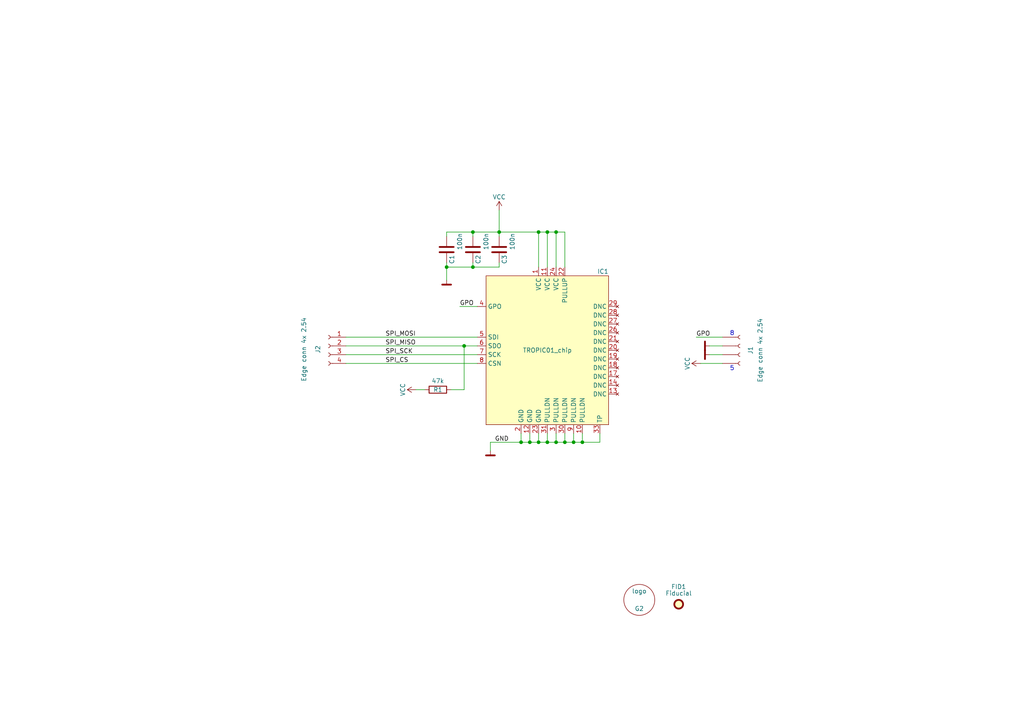
<source format=kicad_sch>
(kicad_sch (version 20250114) (generator "eeschema") (generator_version "9.0")
  (paper "A4")
  (title_block (title "TROPIC01 integration board \"mini\"") (date "2026-02-23") (rev "TS1702"))
  (lib_symbols
    (symbol "Conn_01x04_Socket_1" (pin_names (offset 1.016) (hide yes))
      (property "Reference" "J" (at 0 5.08 0))
      (property "Value" "Conn_01x04_Socket" (at 0 -7.62 0))
      (symbol "Conn_01x04_Socket_1_1_1"
        (polyline (pts (xy -1.27 2.54) (xy -0.508 2.54)) (stroke (width 0.1524)))
        (polyline (pts (xy -1.27 0) (xy -0.508 0)) (stroke (width 0.1524)))
        (polyline (pts (xy -1.27 -2.54) (xy -0.508 -2.54)) (stroke (width 0.1524)))
        (polyline (pts (xy -1.27 -5.08) (xy -0.508 -5.08)) (stroke (width 0.1524)))
        (arc (start 0 2.032) (mid -0.5058 2.54) (end 0 3.048) (stroke (width 0.1524)))
        (arc (start 0 -0.508) (mid -0.5058 0) (end 0 0.508) (stroke (width 0.1524)))
        (arc (start 0 -3.048) (mid -0.5058 -2.54) (end 0 -2.032) (stroke (width 0.1524)))
        (arc (start 0 -5.588) (mid -0.5058 -5.08) (end 0 -4.572) (stroke (width 0.1524)))
        (pin passive line (at -5.08 2.54 0) (length 3.81) (name "Pin_1") (number "1"))
        (pin passive line (at -5.08 0 0) (length 3.81) (name "Pin_2") (number "2"))
        (pin passive line (at -5.08 -2.54 0) (length 3.81) (name "Pin_3") (number "3"))
        (pin passive line (at -5.08 -5.08 0) (length 3.81) (name "Pin_4") (number "4"))
      )
    )
    (symbol "Connector:Conn_01x04_Socket" (pin_numbers (hide yes)) (pin_names (offset 1.016) (hide yes))
      (property "Reference" "J" (at 0 5.08 0))
      (property "Value" "Conn_01x04_Socket" (at 0 -7.62 0))
      (symbol "Conn_01x04_Socket_1_1"
        (polyline (pts (xy -1.27 2.54) (xy -0.508 2.54)) (stroke (width 0.1524)))
        (polyline (pts (xy -1.27 0) (xy -0.508 0)) (stroke (width 0.1524)))
        (polyline (pts (xy -1.27 -2.54) (xy -0.508 -2.54)) (stroke (width 0.1524)))
        (polyline (pts (xy -1.27 -5.08) (xy -0.508 -5.08)) (stroke (width 0.1524)))
        (arc (start 0 2.032) (mid -0.5058 2.54) (end 0 3.048) (stroke (width 0.1524)))
        (arc (start 0 -0.508) (mid -0.5058 0) (end 0 0.508) (stroke (width 0.1524)))
        (arc (start 0 -3.048) (mid -0.5058 -2.54) (end 0 -2.032) (stroke (width 0.1524)))
        (arc (start 0 -5.588) (mid -0.5058 -5.08) (end 0 -4.572) (stroke (width 0.1524)))
        (pin passive line (at -5.08 2.54 0) (length 3.81) (name "Pin_1") (number "1"))
        (pin passive line (at -5.08 0 0) (length 3.81) (name "Pin_2") (number "2"))
        (pin passive line (at -5.08 -2.54 0) (length 3.81) (name "Pin_3") (number "3"))
        (pin passive line (at -5.08 -5.08 0) (length 3.81) (name "Pin_4") (number "4"))
      )
    )
    (symbol "Device:C" (pin_numbers (hide yes)) (pin_names (offset 0.254))
      (property "Reference" "C" (at 0.635 2.54 0))
      (property "Value" "C" (at 0.635 -2.54 0))
      (symbol "C_0_1"
        (polyline (pts (xy -2.032 0.762) (xy 2.032 0.762)) (stroke (width 0.508)))
        (polyline (pts (xy -2.032 -0.762) (xy 2.032 -0.762)) (stroke (width 0.508)))
      )
      (symbol "C_1_1"
        (pin passive line (at 0 3.81 270) (length 2.794) (name "~") (number "1"))
        (pin passive line (at 0 -3.81 90) (length 2.794) (name "~") (number "2"))
      )
    )
    (symbol "Device:R" (pin_numbers (hide yes)) (pin_names (offset 0))
      (property "Reference" "R" (at 2.032 0 90))
      (property "Value" "R" (at 0 0 90))
      (symbol "R_0_1"
        (rectangle (start -1.016 -2.54) (end 1.016 2.54) (stroke (width 0.254)))
      )
      (symbol "R_1_1"
        (pin passive line (at 0 3.81 270) (length 1.27) (name "~") (number "1"))
        (pin passive line (at 0 -3.81 90) (length 1.27) (name "~") (number "2"))
      )
    )
    (symbol "Mechanical:Fiducial" (in_bom no)
      (property "Reference" "FID" (at 0 5.08 0))
      (property "Value" "Fiducial" (at 0 3.175 0))
      (symbol "Fiducial_0_1"
        (circle (center 0 0) (radius 1.27) (stroke (width 0.508)) (fill (type background)))
      )
    )
    (symbol "_common:GND" (power) (pin_names (offset 0)) (in_bom no)
      (symbol "GND_0_1"
        (polyline (pts (xy -1.27 -1.27) (xy 1.27 -1.27)) (stroke (width 0.508)))
        (polyline (pts (xy 0 0) (xy 0 -1.27)))
      )
      (symbol "GND_1_1"
        (pin power_in line (at 0 0 270) (length 0) (hide yes) (name "GND") (number "1"))
      )
    )
    (symbol "common:VCC" (power) (pin_names (offset 0))
      (property "Value" "VCC" (at 0 3.81 0))
      (symbol "VCC_0_1"
        (polyline (pts (xy -0.762 1.27) (xy 0 2.54)))
        (polyline (pts (xy 0 2.54) (xy 0.762 1.27)))
        (polyline (pts (xy 0 0) (xy 0 2.54)))
      )
      (symbol "VCC_1_1"
        (pin power_in line (at 0 0 90) (length 0) (hide yes) (name "VCC") (number "1"))
      )
    )
    (symbol "tropicsquare:TROPIC01_chip_pub"
      (property "Reference" "IC" (at -17.78 23.495 0))
      (property "Value" "TROPIC01_chip" (at 0 0 0))
      (symbol "TROPIC01_chip_pub_0_1"
        (rectangle (start -17.78 21.59) (end 17.78 -21.59) (stroke (width 0.1524)) (fill (type background)))
      )
      (symbol "TROPIC01_chip_pub_1_1"
        (pin output line (at -20.32 12.7 0) (length 2.54) (name "GPO") (number "4"))
        (pin input line (at -20.32 3.81 0) (length 2.54) (name "SDI") (number "5"))
        (pin output line (at -20.32 1.27 0) (length 2.54) (name "SDO") (number "6"))
        (pin input line (at -20.32 -1.27 0) (length 2.54) (name "SCK") (number "7"))
        (pin input line (at -20.32 -3.81 0) (length 2.54) (name "CSN") (number "8"))
        (pin power_in line (at -7.62 -24.13 90) (length 2.54) (name "GND") (number "2"))
        (pin power_in line (at -5.08 -24.13 90) (length 2.54) (name "GND") (number "12"))
        (pin power_in line (at -2.54 24.13 270) (length 2.54) (name "VCC") (number "1"))
        (pin power_in line (at -2.54 -24.13 90) (length 2.54) (name "GND") (number "23"))
        (pin power_in line (at 0 24.13 270) (length 2.54) (name "VCC") (number "11"))
        (pin input line (at 0 -24.13 90) (length 2.54) (name "PULLDN") (number "31"))
        (pin power_in line (at 2.54 24.13 270) (length 2.54) (name "VCC") (number "24"))
        (pin input line (at 2.54 -24.13 90) (length 2.54) (name "PULLDN") (number "3"))
        (pin input line (at 5.08 24.13 270) (length 2.54) (name "PULLUP") (number "22"))
        (pin input line (at 5.08 -24.13 90) (length 2.54) (name "PULLDN") (number "30"))
        (pin input line (at 7.62 -24.13 90) (length 2.54) (name "PULLDN") (number "9"))
        (pin input line (at 10.16 -24.13 90) (length 2.54) (name "PULLDN") (number "10"))
        (pin passive line (at 15.24 -24.13 90) (length 2.54) (name "TP") (number "33"))
        (pin no_connect line (at 20.32 12.7 180) (length 2.54) (name "DNC") (number "29"))
        (pin no_connect line (at 20.32 10.16 180) (length 2.54) (name "DNC") (number "28"))
        (pin no_connect line (at 20.32 7.62 180) (length 2.54) (name "DNC") (number "27"))
        (pin no_connect line (at 20.32 5.08 180) (length 2.54) (name "DNC") (number "26"))
        (pin no_connect line (at 20.32 2.54 180) (length 2.54) (name "DNC") (number "21"))
        (pin no_connect line (at 20.32 0 180) (length 2.54) (name "DNC") (number "20"))
        (pin no_connect line (at 20.32 -2.54 180) (length 2.54) (name "DNC") (number "19"))
        (pin no_connect line (at 20.32 -5.08 180) (length 2.54) (name "DNC") (number "18"))
        (pin no_connect line (at 20.32 -7.62 180) (length 2.54) (name "DNC") (number "17"))
        (pin no_connect line (at 20.32 -10.16 180) (length 2.54) (name "DNC") (number "14"))
        (pin no_connect line (at 20.32 -12.7 180) (length 2.54) (name "DNC") (number "13"))
      )
    )
    (symbol "tropicsquare:logo" (pin_numbers (hide yes)) (pin_names (offset 0) (hide yes)) (in_bom no)
      (property "Reference" "G" (at 0 -2.54 0))
      (property "Value" "logo" (at 0 2.54 0))
      (symbol "logo_0_1"
        (circle (center 0 0) (radius 4.4901) (stroke (width 0.1524)))
      )
    )
  )
  (text "5" (at 212.344 106.934 0) (effects (font (size 1.27 1.27))))
  (text "8" (at 212.344 96.774 0) (effects (font (size 1.27 1.27))))
  (junction (at 151.13 128.27))
  (junction (at 156.21 67.31))
  (junction (at 129.54 77.47))
  (junction (at 158.75 67.31))
  (junction (at 161.29 128.27))
  (junction (at 161.29 67.31))
  (junction (at 137.16 77.47))
  (junction (at 158.75 128.27))
  (junction (at 156.21 128.27))
  (junction (at 168.91 128.27))
  (junction (at 137.16 67.31))
  (junction (at 166.37 128.27))
  (junction (at 134.62 100.33))
  (junction (at 163.83 128.27))
  (junction (at 144.78 67.31))
  (junction (at 153.67 128.27))
  (wire (pts (xy 144.78 67.31) (xy 144.78 68.58)))
  (wire (pts (xy 100.33 105.41) (xy 138.43 105.41)))
  (wire (pts (xy 134.62 113.03) (xy 134.62 100.33)))
  (wire (pts (xy 201.93 97.79) (xy 209.55 97.79)))
  (wire (pts (xy 158.75 128.27) (xy 156.21 128.27)))
  (wire (pts (xy 144.78 77.47) (xy 144.78 76.2)))
  (wire (pts (xy 173.99 128.27) (xy 173.99 125.73)))
  (wire (pts (xy 168.91 128.27) (xy 173.99 128.27)))
  (wire (pts (xy 134.62 100.33) (xy 138.43 100.33)))
  (wire (pts (xy 100.33 100.33) (xy 134.62 100.33)))
  (wire (pts (xy 156.21 77.47) (xy 156.21 67.31)))
  (wire (pts (xy 144.78 60.96) (xy 144.78 67.31)))
  (wire (pts (xy 161.29 67.31) (xy 163.83 67.31)))
  (wire (pts (xy 133.35 88.9) (xy 138.43 88.9)))
  (wire (pts (xy 156.21 67.31) (xy 144.78 67.31)))
  (wire (pts (xy 168.91 128.27) (xy 166.37 128.27)))
  (wire (pts (xy 137.16 67.31) (xy 129.54 67.31)))
  (wire (pts (xy 129.54 77.47) (xy 129.54 81.28)))
  (wire (pts (xy 161.29 128.27) (xy 158.75 128.27)))
  (wire (pts (xy 156.21 67.31) (xy 158.75 67.31)))
  (wire (pts (xy 163.83 67.31) (xy 163.83 77.47)))
  (wire (pts (xy 161.29 125.73) (xy 161.29 128.27)))
  (wire (pts (xy 163.83 128.27) (xy 161.29 128.27)))
  (wire (pts (xy 100.33 97.79) (xy 138.43 97.79)))
  (wire (pts (xy 156.21 128.27) (xy 153.67 128.27)))
  (wire (pts (xy 168.91 125.73) (xy 168.91 128.27)))
  (wire (pts (xy 166.37 125.73) (xy 166.37 128.27)))
  (wire (pts (xy 151.13 125.73) (xy 151.13 128.27)))
  (wire (pts (xy 166.37 128.27) (xy 163.83 128.27)))
  (wire (pts (xy 142.24 128.27) (xy 151.13 128.27)))
  (wire (pts (xy 158.75 67.31) (xy 161.29 67.31)))
  (wire (pts (xy 158.75 67.31) (xy 158.75 77.47)))
  (wire (pts (xy 137.16 77.47) (xy 144.78 77.47)))
  (wire (pts (xy 203.2 105.41) (xy 209.55 105.41)))
  (wire (pts (xy 129.54 76.2) (xy 129.54 77.47)))
  (wire (pts (xy 129.54 77.47) (xy 137.16 77.47)))
  (wire (pts (xy 130.81 113.03) (xy 134.62 113.03)))
  (wire (pts (xy 205.74 102.87) (xy 209.55 102.87)))
  (wire (pts (xy 142.24 130.81) (xy 142.24 128.27)))
  (wire (pts (xy 129.54 67.31) (xy 129.54 68.58)))
  (wire (pts (xy 137.16 76.2) (xy 137.16 77.47)))
  (wire (pts (xy 209.55 100.33) (xy 205.74 100.33)))
  (wire (pts (xy 158.75 125.73) (xy 158.75 128.27)))
  (wire (pts (xy 120.65 113.03) (xy 123.19 113.03)))
  (wire (pts (xy 153.67 125.73) (xy 153.67 128.27)))
  (wire (pts (xy 137.16 67.31) (xy 137.16 68.58)))
  (wire (pts (xy 144.78 67.31) (xy 137.16 67.31)))
  (wire (pts (xy 156.21 125.73) (xy 156.21 128.27)))
  (wire (pts (xy 163.83 125.73) (xy 163.83 128.27)))
  (wire (pts (xy 161.29 67.31) (xy 161.29 77.47)))
  (wire (pts (xy 100.33 102.87) (xy 138.43 102.87)))
  (wire (pts (xy 153.67 128.27) (xy 151.13 128.27)))
  (label "SPI_MISO" (at 111.76 100.33 0))
  (label "GPO" (at 133.35 88.9 0))
  (label "SPI_CS" (at 111.76 105.41 0))
  (label "GND" (at 143.51 128.27 0))
  (label "SPI_SCK" (at 111.76 102.87 0))
  (label "SPI_MOSI" (at 111.76 97.79 0))
  (label "GPO" (at 201.93 97.79 0))
  (symbol (lib_id "tropicsquare:TROPIC01_chip_pub") (at 158.75 101.6 0) (unit 1)
    (property "Reference" "IC1" (at 173.228 78.74 0) (effects (justify left)))
    (property "Value" "TROPIC01_chip" (at 158.75 101.6 0))
    (property "Footprint" "tropic01_chip:QFN-32-1EP_4x4mm_P0.4mm_EP2.65x2.65mm" (effects (hide yes)))
    (property "Description" "Cryptographic coprocessor and MAC" (effects (hide yes)))
    (property "OC_MOUSER" "T101" (effects (hide yes)))
  )
  (symbol (lib_id "Device:C") (at 137.16 72.39 0) (mirror x) (unit 1)
    (property "Reference" "C2" (at 138.684 73.914 90) (effects (justify left)))
    (property "Value" "100n" (at 140.97 67.564 90) (effects (justify left)))
    (property "Footprint" "Capacitor_SMD:C_0402_1005Metric" (effects (hide yes)))
    (property "Description" "Unpolarized capacitor X7R" (effects (hide yes)))
    (property "OC_MOUSER" "80-C0402C104M4RAUTO" (effects (hide yes)))
  )
  (symbol (lib_id "Device:C") (at 129.54 72.39 0) (mirror x) (unit 1)
    (property "Reference" "C1" (at 131.064 73.914 90) (effects (justify left)))
    (property "Value" "100n" (at 133.35 67.564 90) (effects (justify left)))
    (property "Footprint" "Capacitor_SMD:C_0402_1005Metric" (effects (hide yes)))
    (property "Description" "Unpolarized capacitor X7R" (effects (hide yes)))
    (property "OC_MOUSER" "80-C0402C104M4RAUTO" (effects (hide yes)))
  )
  (symbol (lib_id "_common:GND") (at 205.74 100.33 270) (unit 1) (in_bom no)
    (property "Reference" "#PWR06" (effects (hide yes)))
    (property "Value" "GND" (effects (hide yes)))
    (property "Description" "Power symbol creates a global label with name \"GND\" , ground" (effects (hide yes)))
  )
  (symbol (lib_id "common:VCC") (at 120.65 113.03 90) (unit 1)
    (property "Reference" "#PWR02" (effects (hide yes)))
    (property "Value" "VCC" (at 116.84 113.03 0))
  )
  (symbol (lib_id "tropicsquare:logo") (at 185.42 173.99 0) (unit 1) (in_bom no)
    (property "Reference" "G2" (at 185.42 176.53 0))
    (property "Value" "logo" (at 185.42 171.45 0))
    (property "Footprint" "ts_logo:tropicsquare_palm_3" (effects (hide yes)))
  )
  (symbol (lib_id "_common:GND") (at 142.24 130.81 0) (unit 1) (in_bom no)
    (property "Reference" "#PWR018" (effects (hide yes)))
    (property "Value" "GND" (effects (hide yes)))
    (property "Description" "Power symbol creates a global label with name \"GND\" , ground" (effects (hide yes)))
  )
  (symbol (lib_id "_common:GND") (at 205.74 102.87 270) (unit 1) (in_bom no)
    (property "Reference" "#PWR04" (effects (hide yes)))
    (property "Value" "GND" (effects (hide yes)))
    (property "Description" "Power symbol creates a global label with name \"GND\" , ground" (effects (hide yes)))
  )
  (symbol (lib_id "_common:GND") (at 129.54 81.28 0) (unit 1) (in_bom no)
    (property "Reference" "#PWR03" (effects (hide yes)))
    (property "Value" "GND" (effects (hide yes)))
    (property "Description" "Power symbol creates a global label with name \"GND\" , ground" (effects (hide yes)))
  )
  (symbol (lib_id "Mechanical:Fiducial") (at 196.85 175.26 0) (unit 1) (in_bom no)
    (property "Reference" "FID1" (at 196.85 170.18 0))
    (property "Value" "Fiducial" (at 196.85 172.085 0))
    (property "Footprint" "Fiducial:Fiducial_0.5mm_Mask1mm" (effects (hide yes)))
    (property "Description" "Fiducial Marker" (effects (hide yes)))
  )
  (symbol (lib_name "Conn_01x04_Socket_1") (lib_id "Connector:Conn_01x04_Socket") (at 95.25 100.33 0) (mirror y) (unit 1) (in_bom no)
    (property "Reference" "J2" (at 92.202 101.346 90))
    (property "Value" "Edge conn 4x 2.54" (at 88.138 101.346 90))
    (property "Footprint" "_con_misc:castellated_4x2.54" (effects (hide yes)))
    (property "Description" "Generic connector, single row, 01x04, script generated" (effects (hide yes)))
  )
  (symbol (lib_id "common:VCC") (at 203.2 105.41 90) (unit 1)
    (property "Reference" "#PWR05" (effects (hide yes)))
    (property "Value" "VCC" (at 199.39 105.41 0))
  )
  (symbol (lib_id "Connector:Conn_01x04_Socket") (at 214.63 102.87 0) (mirror x) (unit 1) (in_bom no)
    (property "Reference" "J1" (at 217.678 101.6 90))
    (property "Value" "Edge conn 4x 2.54" (at 220.472 101.6 90))
    (property "Footprint" "_con_misc:castellated_4x2.54" (effects (hide yes)))
    (property "Description" "Generic connector, single row, 01x04, script generated" (effects (hide yes)))
  )
  (symbol (lib_id "Device:C") (at 144.78 72.39 0) (mirror x) (unit 1)
    (property "Reference" "C3" (at 146.304 73.914 90) (effects (justify left)))
    (property "Value" "100n" (at 148.59 67.564 90) (effects (justify left)))
    (property "Footprint" "Capacitor_SMD:C_0402_1005Metric" (effects (hide yes)))
    (property "Description" "Unpolarized capacitor X7R" (effects (hide yes)))
    (property "OC_MOUSER" "80-C0402C104M4RAUTO" (effects (hide yes)))
  )
  (symbol (lib_id "Device:R") (at 127 113.03 270) (unit 1)
    (property "Reference" "R1" (at 127 113.03 90))
    (property "Value" "47k" (at 127 110.49 90))
    (property "Footprint" "Resistor_SMD:R_0402_1005Metric" (effects (hide yes)))
    (property "OC_MOUSER" "652-CR0402JW-473GLF " (effects (hide yes)))
  )
  (symbol (lib_id "common:VCC") (at 144.78 60.96 0) (unit 1)
    (property "Reference" "#PWR01" (effects (hide yes)))
    (property "Value" "VCC" (at 144.78 57.15 0))
  )
)
</source>
